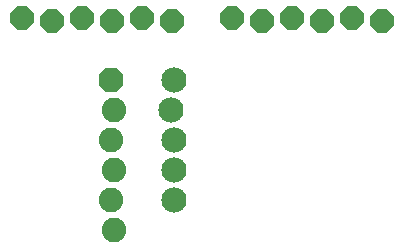
<source format=gbs>
G75*
G70*
%OFA0B0*%
%FSLAX24Y24*%
%IPPOS*%
%LPD*%
%AMOC8*
5,1,8,0,0,1.08239X$1,22.5*
%
%ADD10OC8,0.0780*%
%ADD11C,0.0840*%
%ADD12OC8,0.0820*%
%ADD13C,0.0820*%
D10*
X003643Y009051D03*
X002643Y009151D03*
X004643Y009151D03*
X005643Y009051D03*
X006643Y009151D03*
X007643Y009051D03*
X009643Y009151D03*
X010643Y009051D03*
X011643Y009151D03*
X012643Y009051D03*
X013643Y009151D03*
X014643Y009051D03*
D11*
X007693Y007101D03*
X007593Y006101D03*
X007693Y005101D03*
X007693Y004101D03*
X007693Y003101D03*
D12*
X005593Y007101D03*
D13*
X005593Y003101D03*
X005693Y004101D03*
X005593Y005101D03*
X005693Y006101D03*
X005693Y002101D03*
M02*

</source>
